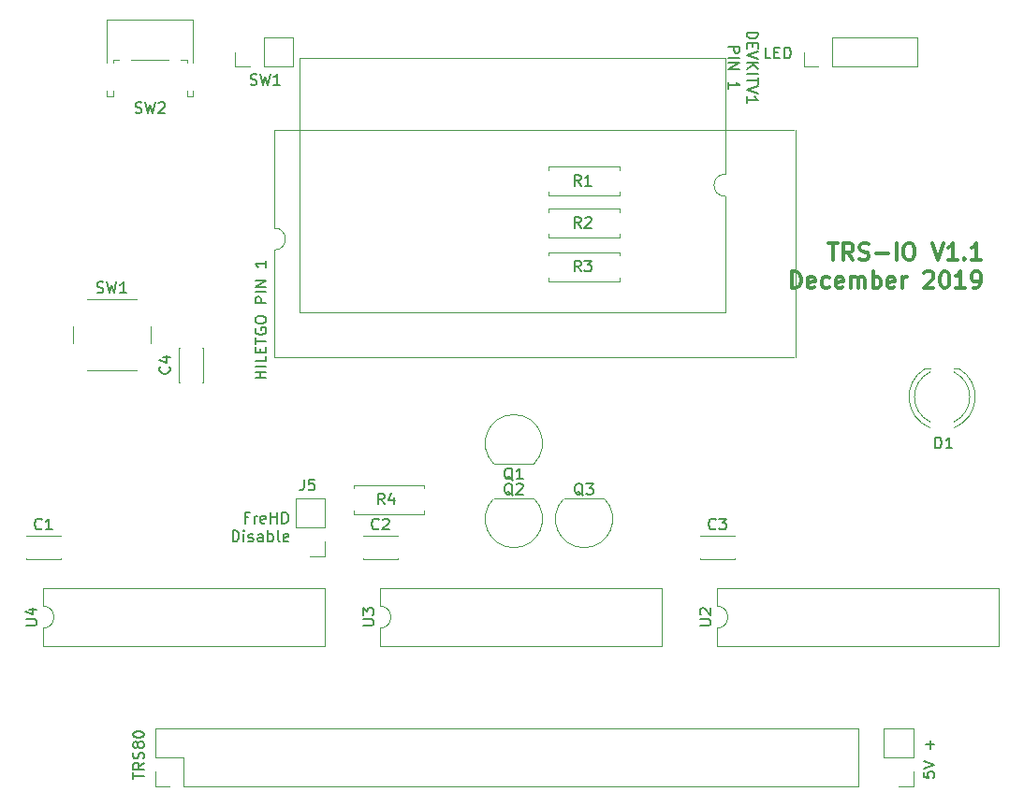
<source format=gbr>
G04 #@! TF.FileFunction,Legend,Top*
%FSLAX46Y46*%
G04 Gerber Fmt 4.6, Leading zero omitted, Abs format (unit mm)*
G04 Created by KiCad (PCBNEW 4.0.7) date 12/04/19 23:23:48*
%MOMM*%
%LPD*%
G01*
G04 APERTURE LIST*
%ADD10C,0.100000*%
%ADD11C,0.150000*%
%ADD12C,0.300000*%
%ADD13C,0.120000*%
G04 APERTURE END LIST*
D10*
D11*
X148082476Y-114165571D02*
X147749142Y-114165571D01*
X147749142Y-114689381D02*
X147749142Y-113689381D01*
X148225333Y-113689381D01*
X148606285Y-114689381D02*
X148606285Y-114022714D01*
X148606285Y-114213190D02*
X148653904Y-114117952D01*
X148701523Y-114070333D01*
X148796761Y-114022714D01*
X148892000Y-114022714D01*
X149606286Y-114641762D02*
X149511048Y-114689381D01*
X149320571Y-114689381D01*
X149225333Y-114641762D01*
X149177714Y-114546524D01*
X149177714Y-114165571D01*
X149225333Y-114070333D01*
X149320571Y-114022714D01*
X149511048Y-114022714D01*
X149606286Y-114070333D01*
X149653905Y-114165571D01*
X149653905Y-114260810D01*
X149177714Y-114356048D01*
X150082476Y-114689381D02*
X150082476Y-113689381D01*
X150082476Y-114165571D02*
X150653905Y-114165571D01*
X150653905Y-114689381D02*
X150653905Y-113689381D01*
X151130095Y-114689381D02*
X151130095Y-113689381D01*
X151368190Y-113689381D01*
X151511048Y-113737000D01*
X151606286Y-113832238D01*
X151653905Y-113927476D01*
X151701524Y-114117952D01*
X151701524Y-114260810D01*
X151653905Y-114451286D01*
X151606286Y-114546524D01*
X151511048Y-114641762D01*
X151368190Y-114689381D01*
X151130095Y-114689381D01*
X146653904Y-116339381D02*
X146653904Y-115339381D01*
X146891999Y-115339381D01*
X147034857Y-115387000D01*
X147130095Y-115482238D01*
X147177714Y-115577476D01*
X147225333Y-115767952D01*
X147225333Y-115910810D01*
X147177714Y-116101286D01*
X147130095Y-116196524D01*
X147034857Y-116291762D01*
X146891999Y-116339381D01*
X146653904Y-116339381D01*
X147653904Y-116339381D02*
X147653904Y-115672714D01*
X147653904Y-115339381D02*
X147606285Y-115387000D01*
X147653904Y-115434619D01*
X147701523Y-115387000D01*
X147653904Y-115339381D01*
X147653904Y-115434619D01*
X148082475Y-116291762D02*
X148177713Y-116339381D01*
X148368189Y-116339381D01*
X148463428Y-116291762D01*
X148511047Y-116196524D01*
X148511047Y-116148905D01*
X148463428Y-116053667D01*
X148368189Y-116006048D01*
X148225332Y-116006048D01*
X148130094Y-115958429D01*
X148082475Y-115863190D01*
X148082475Y-115815571D01*
X148130094Y-115720333D01*
X148225332Y-115672714D01*
X148368189Y-115672714D01*
X148463428Y-115720333D01*
X149368190Y-116339381D02*
X149368190Y-115815571D01*
X149320571Y-115720333D01*
X149225333Y-115672714D01*
X149034856Y-115672714D01*
X148939618Y-115720333D01*
X149368190Y-116291762D02*
X149272952Y-116339381D01*
X149034856Y-116339381D01*
X148939618Y-116291762D01*
X148891999Y-116196524D01*
X148891999Y-116101286D01*
X148939618Y-116006048D01*
X149034856Y-115958429D01*
X149272952Y-115958429D01*
X149368190Y-115910810D01*
X149844380Y-116339381D02*
X149844380Y-115339381D01*
X149844380Y-115720333D02*
X149939618Y-115672714D01*
X150130095Y-115672714D01*
X150225333Y-115720333D01*
X150272952Y-115767952D01*
X150320571Y-115863190D01*
X150320571Y-116148905D01*
X150272952Y-116244143D01*
X150225333Y-116291762D01*
X150130095Y-116339381D01*
X149939618Y-116339381D01*
X149844380Y-116291762D01*
X150891999Y-116339381D02*
X150796761Y-116291762D01*
X150749142Y-116196524D01*
X150749142Y-115339381D01*
X151653905Y-116291762D02*
X151558667Y-116339381D01*
X151368190Y-116339381D01*
X151272952Y-116291762D01*
X151225333Y-116196524D01*
X151225333Y-115815571D01*
X151272952Y-115720333D01*
X151368190Y-115672714D01*
X151558667Y-115672714D01*
X151653905Y-115720333D01*
X151701524Y-115815571D01*
X151701524Y-115910810D01*
X151225333Y-116006048D01*
D12*
X200558572Y-89343571D02*
X201415715Y-89343571D01*
X200987144Y-90843571D02*
X200987144Y-89343571D01*
X202772858Y-90843571D02*
X202272858Y-90129286D01*
X201915715Y-90843571D02*
X201915715Y-89343571D01*
X202487143Y-89343571D01*
X202630001Y-89415000D01*
X202701429Y-89486429D01*
X202772858Y-89629286D01*
X202772858Y-89843571D01*
X202701429Y-89986429D01*
X202630001Y-90057857D01*
X202487143Y-90129286D01*
X201915715Y-90129286D01*
X203344286Y-90772143D02*
X203558572Y-90843571D01*
X203915715Y-90843571D01*
X204058572Y-90772143D01*
X204130001Y-90700714D01*
X204201429Y-90557857D01*
X204201429Y-90415000D01*
X204130001Y-90272143D01*
X204058572Y-90200714D01*
X203915715Y-90129286D01*
X203630001Y-90057857D01*
X203487143Y-89986429D01*
X203415715Y-89915000D01*
X203344286Y-89772143D01*
X203344286Y-89629286D01*
X203415715Y-89486429D01*
X203487143Y-89415000D01*
X203630001Y-89343571D01*
X203987143Y-89343571D01*
X204201429Y-89415000D01*
X204844286Y-90272143D02*
X205987143Y-90272143D01*
X206701429Y-90843571D02*
X206701429Y-89343571D01*
X207701429Y-89343571D02*
X207987143Y-89343571D01*
X208130001Y-89415000D01*
X208272858Y-89557857D01*
X208344286Y-89843571D01*
X208344286Y-90343571D01*
X208272858Y-90629286D01*
X208130001Y-90772143D01*
X207987143Y-90843571D01*
X207701429Y-90843571D01*
X207558572Y-90772143D01*
X207415715Y-90629286D01*
X207344286Y-90343571D01*
X207344286Y-89843571D01*
X207415715Y-89557857D01*
X207558572Y-89415000D01*
X207701429Y-89343571D01*
X209915715Y-89343571D02*
X210415715Y-90843571D01*
X210915715Y-89343571D01*
X212201429Y-90843571D02*
X211344286Y-90843571D01*
X211772858Y-90843571D02*
X211772858Y-89343571D01*
X211630001Y-89557857D01*
X211487143Y-89700714D01*
X211344286Y-89772143D01*
X212844286Y-90700714D02*
X212915714Y-90772143D01*
X212844286Y-90843571D01*
X212772857Y-90772143D01*
X212844286Y-90700714D01*
X212844286Y-90843571D01*
X214344286Y-90843571D02*
X213487143Y-90843571D01*
X213915715Y-90843571D02*
X213915715Y-89343571D01*
X213772858Y-89557857D01*
X213630000Y-89700714D01*
X213487143Y-89772143D01*
X197201432Y-93393571D02*
X197201432Y-91893571D01*
X197558575Y-91893571D01*
X197772860Y-91965000D01*
X197915718Y-92107857D01*
X197987146Y-92250714D01*
X198058575Y-92536429D01*
X198058575Y-92750714D01*
X197987146Y-93036429D01*
X197915718Y-93179286D01*
X197772860Y-93322143D01*
X197558575Y-93393571D01*
X197201432Y-93393571D01*
X199272860Y-93322143D02*
X199130003Y-93393571D01*
X198844289Y-93393571D01*
X198701432Y-93322143D01*
X198630003Y-93179286D01*
X198630003Y-92607857D01*
X198701432Y-92465000D01*
X198844289Y-92393571D01*
X199130003Y-92393571D01*
X199272860Y-92465000D01*
X199344289Y-92607857D01*
X199344289Y-92750714D01*
X198630003Y-92893571D01*
X200630003Y-93322143D02*
X200487146Y-93393571D01*
X200201432Y-93393571D01*
X200058574Y-93322143D01*
X199987146Y-93250714D01*
X199915717Y-93107857D01*
X199915717Y-92679286D01*
X199987146Y-92536429D01*
X200058574Y-92465000D01*
X200201432Y-92393571D01*
X200487146Y-92393571D01*
X200630003Y-92465000D01*
X201844288Y-93322143D02*
X201701431Y-93393571D01*
X201415717Y-93393571D01*
X201272860Y-93322143D01*
X201201431Y-93179286D01*
X201201431Y-92607857D01*
X201272860Y-92465000D01*
X201415717Y-92393571D01*
X201701431Y-92393571D01*
X201844288Y-92465000D01*
X201915717Y-92607857D01*
X201915717Y-92750714D01*
X201201431Y-92893571D01*
X202558574Y-93393571D02*
X202558574Y-92393571D01*
X202558574Y-92536429D02*
X202630002Y-92465000D01*
X202772860Y-92393571D01*
X202987145Y-92393571D01*
X203130002Y-92465000D01*
X203201431Y-92607857D01*
X203201431Y-93393571D01*
X203201431Y-92607857D02*
X203272860Y-92465000D01*
X203415717Y-92393571D01*
X203630002Y-92393571D01*
X203772860Y-92465000D01*
X203844288Y-92607857D01*
X203844288Y-93393571D01*
X204558574Y-93393571D02*
X204558574Y-91893571D01*
X204558574Y-92465000D02*
X204701431Y-92393571D01*
X204987145Y-92393571D01*
X205130002Y-92465000D01*
X205201431Y-92536429D01*
X205272860Y-92679286D01*
X205272860Y-93107857D01*
X205201431Y-93250714D01*
X205130002Y-93322143D01*
X204987145Y-93393571D01*
X204701431Y-93393571D01*
X204558574Y-93322143D01*
X206487145Y-93322143D02*
X206344288Y-93393571D01*
X206058574Y-93393571D01*
X205915717Y-93322143D01*
X205844288Y-93179286D01*
X205844288Y-92607857D01*
X205915717Y-92465000D01*
X206058574Y-92393571D01*
X206344288Y-92393571D01*
X206487145Y-92465000D01*
X206558574Y-92607857D01*
X206558574Y-92750714D01*
X205844288Y-92893571D01*
X207201431Y-93393571D02*
X207201431Y-92393571D01*
X207201431Y-92679286D02*
X207272859Y-92536429D01*
X207344288Y-92465000D01*
X207487145Y-92393571D01*
X207630002Y-92393571D01*
X209201430Y-92036429D02*
X209272859Y-91965000D01*
X209415716Y-91893571D01*
X209772859Y-91893571D01*
X209915716Y-91965000D01*
X209987145Y-92036429D01*
X210058573Y-92179286D01*
X210058573Y-92322143D01*
X209987145Y-92536429D01*
X209130002Y-93393571D01*
X210058573Y-93393571D01*
X210987144Y-91893571D02*
X211130001Y-91893571D01*
X211272858Y-91965000D01*
X211344287Y-92036429D01*
X211415716Y-92179286D01*
X211487144Y-92465000D01*
X211487144Y-92822143D01*
X211415716Y-93107857D01*
X211344287Y-93250714D01*
X211272858Y-93322143D01*
X211130001Y-93393571D01*
X210987144Y-93393571D01*
X210844287Y-93322143D01*
X210772858Y-93250714D01*
X210701430Y-93107857D01*
X210630001Y-92822143D01*
X210630001Y-92465000D01*
X210701430Y-92179286D01*
X210772858Y-92036429D01*
X210844287Y-91965000D01*
X210987144Y-91893571D01*
X212915715Y-93393571D02*
X212058572Y-93393571D01*
X212487144Y-93393571D02*
X212487144Y-91893571D01*
X212344287Y-92107857D01*
X212201429Y-92250714D01*
X212058572Y-92322143D01*
X213630000Y-93393571D02*
X213915715Y-93393571D01*
X214058572Y-93322143D01*
X214130000Y-93250714D01*
X214272858Y-93036429D01*
X214344286Y-92750714D01*
X214344286Y-92179286D01*
X214272858Y-92036429D01*
X214201429Y-91965000D01*
X214058572Y-91893571D01*
X213772858Y-91893571D01*
X213630000Y-91965000D01*
X213558572Y-92036429D01*
X213487143Y-92179286D01*
X213487143Y-92536429D01*
X213558572Y-92679286D01*
X213630000Y-92750714D01*
X213772858Y-92822143D01*
X214058572Y-92822143D01*
X214201429Y-92750714D01*
X214272858Y-92679286D01*
X214344286Y-92536429D01*
D11*
X193158619Y-70239333D02*
X194158619Y-70239333D01*
X194158619Y-70477428D01*
X194111000Y-70620286D01*
X194015762Y-70715524D01*
X193920524Y-70763143D01*
X193730048Y-70810762D01*
X193587190Y-70810762D01*
X193396714Y-70763143D01*
X193301476Y-70715524D01*
X193206238Y-70620286D01*
X193158619Y-70477428D01*
X193158619Y-70239333D01*
X193682429Y-71239333D02*
X193682429Y-71572667D01*
X193158619Y-71715524D02*
X193158619Y-71239333D01*
X194158619Y-71239333D01*
X194158619Y-71715524D01*
X194158619Y-72001238D02*
X193158619Y-72334571D01*
X194158619Y-72667905D01*
X193158619Y-73001238D02*
X194158619Y-73001238D01*
X193158619Y-73572667D02*
X193730048Y-73144095D01*
X194158619Y-73572667D02*
X193587190Y-73001238D01*
X193158619Y-74001238D02*
X194158619Y-74001238D01*
X194158619Y-74334571D02*
X194158619Y-74906000D01*
X193158619Y-74620285D02*
X194158619Y-74620285D01*
X194158619Y-75096476D02*
X193158619Y-75429809D01*
X194158619Y-75763143D01*
X193158619Y-76620286D02*
X193158619Y-76048857D01*
X193158619Y-76334571D02*
X194158619Y-76334571D01*
X194015762Y-76239333D01*
X193920524Y-76144095D01*
X193872905Y-76048857D01*
X191508619Y-71525048D02*
X192508619Y-71525048D01*
X192508619Y-71906001D01*
X192461000Y-72001239D01*
X192413381Y-72048858D01*
X192318143Y-72096477D01*
X192175286Y-72096477D01*
X192080048Y-72048858D01*
X192032429Y-72001239D01*
X191984810Y-71906001D01*
X191984810Y-71525048D01*
X191508619Y-72525048D02*
X192508619Y-72525048D01*
X191508619Y-73001238D02*
X192508619Y-73001238D01*
X191508619Y-73572667D01*
X192508619Y-73572667D01*
X191508619Y-75334572D02*
X191508619Y-74763143D01*
X191508619Y-75048857D02*
X192508619Y-75048857D01*
X192365762Y-74953619D01*
X192270524Y-74858381D01*
X192222905Y-74763143D01*
X149677381Y-101551714D02*
X148677381Y-101551714D01*
X149153571Y-101551714D02*
X149153571Y-100980285D01*
X149677381Y-100980285D02*
X148677381Y-100980285D01*
X149677381Y-100504095D02*
X148677381Y-100504095D01*
X149677381Y-99551714D02*
X149677381Y-100027905D01*
X148677381Y-100027905D01*
X149153571Y-99218381D02*
X149153571Y-98885047D01*
X149677381Y-98742190D02*
X149677381Y-99218381D01*
X148677381Y-99218381D01*
X148677381Y-98742190D01*
X148677381Y-98456476D02*
X148677381Y-97885047D01*
X149677381Y-98170762D02*
X148677381Y-98170762D01*
X148725000Y-97027904D02*
X148677381Y-97123142D01*
X148677381Y-97265999D01*
X148725000Y-97408857D01*
X148820238Y-97504095D01*
X148915476Y-97551714D01*
X149105952Y-97599333D01*
X149248810Y-97599333D01*
X149439286Y-97551714D01*
X149534524Y-97504095D01*
X149629762Y-97408857D01*
X149677381Y-97265999D01*
X149677381Y-97170761D01*
X149629762Y-97027904D01*
X149582143Y-96980285D01*
X149248810Y-96980285D01*
X149248810Y-97170761D01*
X148677381Y-96361238D02*
X148677381Y-96170761D01*
X148725000Y-96075523D01*
X148820238Y-95980285D01*
X149010714Y-95932666D01*
X149344048Y-95932666D01*
X149534524Y-95980285D01*
X149629762Y-96075523D01*
X149677381Y-96170761D01*
X149677381Y-96361238D01*
X149629762Y-96456476D01*
X149534524Y-96551714D01*
X149344048Y-96599333D01*
X149010714Y-96599333D01*
X148820238Y-96551714D01*
X148725000Y-96456476D01*
X148677381Y-96361238D01*
X149677381Y-94742190D02*
X148677381Y-94742190D01*
X148677381Y-94361237D01*
X148725000Y-94265999D01*
X148772619Y-94218380D01*
X148867857Y-94170761D01*
X149010714Y-94170761D01*
X149105952Y-94218380D01*
X149153571Y-94265999D01*
X149201190Y-94361237D01*
X149201190Y-94742190D01*
X149677381Y-93742190D02*
X148677381Y-93742190D01*
X149677381Y-93266000D02*
X148677381Y-93266000D01*
X149677381Y-92694571D01*
X148677381Y-92694571D01*
X149677381Y-90932666D02*
X149677381Y-91504095D01*
X149677381Y-91218381D02*
X148677381Y-91218381D01*
X148820238Y-91313619D01*
X148915476Y-91408857D01*
X148963095Y-91504095D01*
X209129381Y-137207476D02*
X209129381Y-137683667D01*
X209605571Y-137731286D01*
X209557952Y-137683667D01*
X209510333Y-137588429D01*
X209510333Y-137350333D01*
X209557952Y-137255095D01*
X209605571Y-137207476D01*
X209700810Y-137159857D01*
X209938905Y-137159857D01*
X210034143Y-137207476D01*
X210081762Y-137255095D01*
X210129381Y-137350333D01*
X210129381Y-137588429D01*
X210081762Y-137683667D01*
X210034143Y-137731286D01*
X209129381Y-136874143D02*
X210129381Y-136540810D01*
X209129381Y-136207476D01*
X209748429Y-135112238D02*
X209748429Y-134350333D01*
X210129381Y-134731285D02*
X209367476Y-134731285D01*
X137628381Y-137850286D02*
X137628381Y-137278857D01*
X138628381Y-137564572D02*
X137628381Y-137564572D01*
X138628381Y-136374095D02*
X138152190Y-136707429D01*
X138628381Y-136945524D02*
X137628381Y-136945524D01*
X137628381Y-136564571D01*
X137676000Y-136469333D01*
X137723619Y-136421714D01*
X137818857Y-136374095D01*
X137961714Y-136374095D01*
X138056952Y-136421714D01*
X138104571Y-136469333D01*
X138152190Y-136564571D01*
X138152190Y-136945524D01*
X138580762Y-135993143D02*
X138628381Y-135850286D01*
X138628381Y-135612190D01*
X138580762Y-135516952D01*
X138533143Y-135469333D01*
X138437905Y-135421714D01*
X138342667Y-135421714D01*
X138247429Y-135469333D01*
X138199810Y-135516952D01*
X138152190Y-135612190D01*
X138104571Y-135802667D01*
X138056952Y-135897905D01*
X138009333Y-135945524D01*
X137914095Y-135993143D01*
X137818857Y-135993143D01*
X137723619Y-135945524D01*
X137676000Y-135897905D01*
X137628381Y-135802667D01*
X137628381Y-135564571D01*
X137676000Y-135421714D01*
X138056952Y-134850286D02*
X138009333Y-134945524D01*
X137961714Y-134993143D01*
X137866476Y-135040762D01*
X137818857Y-135040762D01*
X137723619Y-134993143D01*
X137676000Y-134945524D01*
X137628381Y-134850286D01*
X137628381Y-134659809D01*
X137676000Y-134564571D01*
X137723619Y-134516952D01*
X137818857Y-134469333D01*
X137866476Y-134469333D01*
X137961714Y-134516952D01*
X138009333Y-134564571D01*
X138056952Y-134659809D01*
X138056952Y-134850286D01*
X138104571Y-134945524D01*
X138152190Y-134993143D01*
X138247429Y-135040762D01*
X138437905Y-135040762D01*
X138533143Y-134993143D01*
X138580762Y-134945524D01*
X138628381Y-134850286D01*
X138628381Y-134659809D01*
X138580762Y-134564571D01*
X138533143Y-134516952D01*
X138437905Y-134469333D01*
X138247429Y-134469333D01*
X138152190Y-134516952D01*
X138104571Y-134564571D01*
X138056952Y-134659809D01*
X137628381Y-133850286D02*
X137628381Y-133755047D01*
X137676000Y-133659809D01*
X137723619Y-133612190D01*
X137818857Y-133564571D01*
X138009333Y-133516952D01*
X138247429Y-133516952D01*
X138437905Y-133564571D01*
X138533143Y-133612190D01*
X138580762Y-133659809D01*
X138628381Y-133755047D01*
X138628381Y-133850286D01*
X138580762Y-133945524D01*
X138533143Y-133993143D01*
X138437905Y-134040762D01*
X138247429Y-134088381D01*
X138009333Y-134088381D01*
X137818857Y-134040762D01*
X137723619Y-133993143D01*
X137676000Y-133945524D01*
X137628381Y-133850286D01*
X195318143Y-72588381D02*
X194841952Y-72588381D01*
X194841952Y-71588381D01*
X195651476Y-72064571D02*
X195984810Y-72064571D01*
X196127667Y-72588381D02*
X195651476Y-72588381D01*
X195651476Y-71588381D01*
X196127667Y-71588381D01*
X196556238Y-72588381D02*
X196556238Y-71588381D01*
X196794333Y-71588381D01*
X196937191Y-71636000D01*
X197032429Y-71731238D01*
X197080048Y-71826476D01*
X197127667Y-72016952D01*
X197127667Y-72159810D01*
X197080048Y-72350286D01*
X197032429Y-72445524D01*
X196937191Y-72540762D01*
X196794333Y-72588381D01*
X196556238Y-72588381D01*
X148272667Y-74953762D02*
X148415524Y-75001381D01*
X148653620Y-75001381D01*
X148748858Y-74953762D01*
X148796477Y-74906143D01*
X148844096Y-74810905D01*
X148844096Y-74715667D01*
X148796477Y-74620429D01*
X148748858Y-74572810D01*
X148653620Y-74525190D01*
X148463143Y-74477571D01*
X148367905Y-74429952D01*
X148320286Y-74382333D01*
X148272667Y-74287095D01*
X148272667Y-74191857D01*
X148320286Y-74096619D01*
X148367905Y-74049000D01*
X148463143Y-74001381D01*
X148701239Y-74001381D01*
X148844096Y-74049000D01*
X149177429Y-74001381D02*
X149415524Y-75001381D01*
X149606001Y-74287095D01*
X149796477Y-75001381D01*
X150034572Y-74001381D01*
X150939334Y-75001381D02*
X150367905Y-75001381D01*
X150653619Y-75001381D02*
X150653619Y-74001381D01*
X150558381Y-74144238D01*
X150463143Y-74239476D01*
X150367905Y-74287095D01*
D13*
X131120000Y-117900000D02*
X128000000Y-117900000D01*
X131120000Y-115780000D02*
X128000000Y-115780000D01*
X131120000Y-117900000D02*
X131120000Y-117836000D01*
X131120000Y-115844000D02*
X131120000Y-115780000D01*
X128000000Y-117900000D02*
X128000000Y-117836000D01*
X128000000Y-115844000D02*
X128000000Y-115780000D01*
X161600000Y-117900000D02*
X158480000Y-117900000D01*
X161600000Y-115780000D02*
X158480000Y-115780000D01*
X161600000Y-117900000D02*
X161600000Y-117836000D01*
X161600000Y-115844000D02*
X161600000Y-115780000D01*
X158480000Y-117900000D02*
X158480000Y-117836000D01*
X158480000Y-115844000D02*
X158480000Y-115780000D01*
X192080000Y-117900000D02*
X188960000Y-117900000D01*
X192080000Y-115780000D02*
X188960000Y-115780000D01*
X192080000Y-117900000D02*
X192080000Y-117836000D01*
X192080000Y-115844000D02*
X192080000Y-115780000D01*
X188960000Y-117900000D02*
X188960000Y-117836000D01*
X188960000Y-115844000D02*
X188960000Y-115780000D01*
X141815000Y-101910000D02*
X141815000Y-98790000D01*
X143935000Y-101910000D02*
X143935000Y-98790000D01*
X141815000Y-101910000D02*
X141879000Y-101910000D01*
X143871000Y-101910000D02*
X143935000Y-101910000D01*
X141815000Y-98790000D02*
X141879000Y-98790000D01*
X143871000Y-98790000D02*
X143935000Y-98790000D01*
X211900827Y-106038815D02*
G75*
G03X212364830Y-100691000I-1080827J2787815D01*
G01*
X209739173Y-106038815D02*
G75*
G02X209275170Y-100691000I1080827J2787815D01*
G01*
X211900429Y-105505479D02*
G75*
G03X211900000Y-100996316I-1080429J2254479D01*
G01*
X209739571Y-105505479D02*
G75*
G02X209740000Y-100996316I1080429J2254479D01*
G01*
X212365000Y-100691000D02*
X211900000Y-100691000D01*
X209740000Y-100691000D02*
X209275000Y-100691000D01*
X170285000Y-109292000D02*
X173885000Y-109292000D01*
X170246522Y-109280478D02*
G75*
G02X172085000Y-104842000I1838478J1838478D01*
G01*
X173923478Y-109280478D02*
G75*
G03X172085000Y-104842000I-1838478J1838478D01*
G01*
X173885000Y-112450000D02*
X170285000Y-112450000D01*
X173923478Y-112461522D02*
G75*
G02X172085000Y-116900000I-1838478J-1838478D01*
G01*
X170246522Y-112461522D02*
G75*
G03X172085000Y-116900000I1838478J-1838478D01*
G01*
X180235000Y-112450000D02*
X176635000Y-112450000D01*
X180273478Y-112461522D02*
G75*
G02X178435000Y-116900000I-1838478J-1838478D01*
G01*
X176596522Y-112461522D02*
G75*
G03X178435000Y-116900000I1838478J-1838478D01*
G01*
X175225000Y-82713000D02*
X175225000Y-82383000D01*
X175225000Y-82383000D02*
X181645000Y-82383000D01*
X181645000Y-82383000D02*
X181645000Y-82713000D01*
X175225000Y-84673000D02*
X175225000Y-85003000D01*
X175225000Y-85003000D02*
X181645000Y-85003000D01*
X181645000Y-85003000D02*
X181645000Y-84673000D01*
X175225000Y-86523000D02*
X175225000Y-86193000D01*
X175225000Y-86193000D02*
X181645000Y-86193000D01*
X181645000Y-86193000D02*
X181645000Y-86523000D01*
X175225000Y-88483000D02*
X175225000Y-88813000D01*
X175225000Y-88813000D02*
X181645000Y-88813000D01*
X181645000Y-88813000D02*
X181645000Y-88483000D01*
X175225000Y-90460000D02*
X175225000Y-90130000D01*
X175225000Y-90130000D02*
X181645000Y-90130000D01*
X181645000Y-90130000D02*
X181645000Y-90460000D01*
X175225000Y-92420000D02*
X175225000Y-92750000D01*
X175225000Y-92750000D02*
X181645000Y-92750000D01*
X181645000Y-92750000D02*
X181645000Y-92420000D01*
X133461000Y-100877000D02*
X137961000Y-100877000D01*
X132211000Y-96877000D02*
X132211000Y-98377000D01*
X137961000Y-94377000D02*
X133461000Y-94377000D01*
X139211000Y-98377000D02*
X139211000Y-96877000D01*
X190440000Y-122190000D02*
G75*
G02X190440000Y-124190000I0J-1000000D01*
G01*
X190440000Y-124190000D02*
X190440000Y-125840000D01*
X190440000Y-125840000D02*
X215960000Y-125840000D01*
X215960000Y-125840000D02*
X215960000Y-120540000D01*
X215960000Y-120540000D02*
X190440000Y-120540000D01*
X190440000Y-120540000D02*
X190440000Y-122190000D01*
X159960000Y-122190000D02*
G75*
G02X159960000Y-124190000I0J-1000000D01*
G01*
X159960000Y-124190000D02*
X159960000Y-125840000D01*
X159960000Y-125840000D02*
X185480000Y-125840000D01*
X185480000Y-125840000D02*
X185480000Y-120540000D01*
X185480000Y-120540000D02*
X159960000Y-120540000D01*
X159960000Y-120540000D02*
X159960000Y-122190000D01*
X129480000Y-122190000D02*
G75*
G02X129480000Y-124190000I0J-1000000D01*
G01*
X129480000Y-124190000D02*
X129480000Y-125840000D01*
X129480000Y-125840000D02*
X155000000Y-125840000D01*
X155000000Y-125840000D02*
X155000000Y-120540000D01*
X155000000Y-120540000D02*
X129480000Y-120540000D01*
X129480000Y-120540000D02*
X129480000Y-122190000D01*
X203260000Y-138490000D02*
X203260000Y-133290000D01*
X142240000Y-138490000D02*
X203260000Y-138490000D01*
X139640000Y-133290000D02*
X203260000Y-133290000D01*
X142240000Y-138490000D02*
X142240000Y-135890000D01*
X142240000Y-135890000D02*
X139640000Y-135890000D01*
X139640000Y-135890000D02*
X139640000Y-133290000D01*
X140970000Y-138490000D02*
X139640000Y-138490000D01*
X139640000Y-138490000D02*
X139640000Y-137160000D01*
X191195000Y-85074000D02*
G75*
G02X191195000Y-83074000I0J1000000D01*
G01*
X191195000Y-83074000D02*
X191195000Y-72534000D01*
X191182500Y-72534000D02*
X152657500Y-72534000D01*
X152657500Y-72534000D02*
X152657500Y-95614000D01*
X152657500Y-95614000D02*
X191182500Y-95614000D01*
X191195000Y-95614000D02*
X191195000Y-85074000D01*
X150409600Y-87950800D02*
G75*
G02X150409600Y-89950800I0J-1000000D01*
G01*
X150435000Y-89950800D02*
X150435000Y-99678000D01*
X150447500Y-99678000D02*
X197427500Y-99678000D01*
X197545000Y-99678000D02*
X197545000Y-79112600D01*
X197427500Y-79112600D02*
X150447500Y-79112600D01*
X150435000Y-79112600D02*
X150435000Y-87950800D01*
X208213000Y-133290000D02*
X205553000Y-133290000D01*
X208213000Y-135890000D02*
X208213000Y-133290000D01*
X205553000Y-135890000D02*
X205553000Y-133290000D01*
X208213000Y-135890000D02*
X205553000Y-135890000D01*
X208213000Y-137160000D02*
X208213000Y-138490000D01*
X208213000Y-138490000D02*
X206883000Y-138490000D01*
X152079000Y-73339000D02*
X152079000Y-70679000D01*
X149479000Y-73339000D02*
X152079000Y-73339000D01*
X149479000Y-70679000D02*
X152079000Y-70679000D01*
X149479000Y-73339000D02*
X149479000Y-70679000D01*
X148209000Y-73339000D02*
X146879000Y-73339000D01*
X146879000Y-73339000D02*
X146879000Y-72009000D01*
X208594000Y-73339000D02*
X208594000Y-70679000D01*
X200914000Y-73339000D02*
X208594000Y-73339000D01*
X200914000Y-70679000D02*
X208594000Y-70679000D01*
X200914000Y-73339000D02*
X200914000Y-70679000D01*
X199644000Y-73339000D02*
X198314000Y-73339000D01*
X198314000Y-73339000D02*
X198314000Y-72009000D01*
X135816000Y-72725000D02*
X135816000Y-72955000D01*
X135296000Y-69055000D02*
X143016000Y-69055000D01*
X143016000Y-69055000D02*
X143016000Y-72955000D01*
X135296000Y-76065000D02*
X135816000Y-76065000D01*
X135296000Y-69055000D02*
X135296000Y-72955000D01*
X142496000Y-72725000D02*
X142496000Y-72955000D01*
X135816000Y-75555000D02*
X135816000Y-76065000D01*
X135296000Y-75555000D02*
X135296000Y-76065000D01*
X141956000Y-72725000D02*
X142496000Y-72725000D01*
X142496000Y-75555000D02*
X142496000Y-76065000D01*
X142496000Y-76065000D02*
X143016000Y-76065000D01*
X143016000Y-75555000D02*
X143016000Y-76065000D01*
X135816000Y-72725000D02*
X136356000Y-72725000D01*
X137456000Y-72725000D02*
X140856000Y-72725000D01*
X155000000Y-112462000D02*
X152340000Y-112462000D01*
X155000000Y-115062000D02*
X155000000Y-112462000D01*
X152340000Y-115062000D02*
X152340000Y-112462000D01*
X155000000Y-115062000D02*
X152340000Y-115062000D01*
X155000000Y-116332000D02*
X155000000Y-117662000D01*
X155000000Y-117662000D02*
X153670000Y-117662000D01*
X163992000Y-113502000D02*
X163992000Y-113832000D01*
X163992000Y-113832000D02*
X157572000Y-113832000D01*
X157572000Y-113832000D02*
X157572000Y-113502000D01*
X163992000Y-111542000D02*
X163992000Y-111212000D01*
X163992000Y-111212000D02*
X157572000Y-111212000D01*
X157572000Y-111212000D02*
X157572000Y-111542000D01*
D11*
X129373334Y-115165143D02*
X129325715Y-115212762D01*
X129182858Y-115260381D01*
X129087620Y-115260381D01*
X128944762Y-115212762D01*
X128849524Y-115117524D01*
X128801905Y-115022286D01*
X128754286Y-114831810D01*
X128754286Y-114688952D01*
X128801905Y-114498476D01*
X128849524Y-114403238D01*
X128944762Y-114308000D01*
X129087620Y-114260381D01*
X129182858Y-114260381D01*
X129325715Y-114308000D01*
X129373334Y-114355619D01*
X130325715Y-115260381D02*
X129754286Y-115260381D01*
X130040000Y-115260381D02*
X130040000Y-114260381D01*
X129944762Y-114403238D01*
X129849524Y-114498476D01*
X129754286Y-114546095D01*
X159853334Y-115165143D02*
X159805715Y-115212762D01*
X159662858Y-115260381D01*
X159567620Y-115260381D01*
X159424762Y-115212762D01*
X159329524Y-115117524D01*
X159281905Y-115022286D01*
X159234286Y-114831810D01*
X159234286Y-114688952D01*
X159281905Y-114498476D01*
X159329524Y-114403238D01*
X159424762Y-114308000D01*
X159567620Y-114260381D01*
X159662858Y-114260381D01*
X159805715Y-114308000D01*
X159853334Y-114355619D01*
X160234286Y-114355619D02*
X160281905Y-114308000D01*
X160377143Y-114260381D01*
X160615239Y-114260381D01*
X160710477Y-114308000D01*
X160758096Y-114355619D01*
X160805715Y-114450857D01*
X160805715Y-114546095D01*
X160758096Y-114688952D01*
X160186667Y-115260381D01*
X160805715Y-115260381D01*
X190333334Y-115165143D02*
X190285715Y-115212762D01*
X190142858Y-115260381D01*
X190047620Y-115260381D01*
X189904762Y-115212762D01*
X189809524Y-115117524D01*
X189761905Y-115022286D01*
X189714286Y-114831810D01*
X189714286Y-114688952D01*
X189761905Y-114498476D01*
X189809524Y-114403238D01*
X189904762Y-114308000D01*
X190047620Y-114260381D01*
X190142858Y-114260381D01*
X190285715Y-114308000D01*
X190333334Y-114355619D01*
X190666667Y-114260381D02*
X191285715Y-114260381D01*
X190952381Y-114641333D01*
X191095239Y-114641333D01*
X191190477Y-114688952D01*
X191238096Y-114736571D01*
X191285715Y-114831810D01*
X191285715Y-115069905D01*
X191238096Y-115165143D01*
X191190477Y-115212762D01*
X191095239Y-115260381D01*
X190809524Y-115260381D01*
X190714286Y-115212762D01*
X190666667Y-115165143D01*
X140922143Y-100516666D02*
X140969762Y-100564285D01*
X141017381Y-100707142D01*
X141017381Y-100802380D01*
X140969762Y-100945238D01*
X140874524Y-101040476D01*
X140779286Y-101088095D01*
X140588810Y-101135714D01*
X140445952Y-101135714D01*
X140255476Y-101088095D01*
X140160238Y-101040476D01*
X140065000Y-100945238D01*
X140017381Y-100802380D01*
X140017381Y-100707142D01*
X140065000Y-100564285D01*
X140112619Y-100516666D01*
X140350714Y-99659523D02*
X141017381Y-99659523D01*
X139969762Y-99897619D02*
X140684048Y-100135714D01*
X140684048Y-99516666D01*
X210208905Y-107894381D02*
X210208905Y-106894381D01*
X210447000Y-106894381D01*
X210589858Y-106942000D01*
X210685096Y-107037238D01*
X210732715Y-107132476D01*
X210780334Y-107322952D01*
X210780334Y-107465810D01*
X210732715Y-107656286D01*
X210685096Y-107751524D01*
X210589858Y-107846762D01*
X210447000Y-107894381D01*
X210208905Y-107894381D01*
X211732715Y-107894381D02*
X211161286Y-107894381D01*
X211447000Y-107894381D02*
X211447000Y-106894381D01*
X211351762Y-107037238D01*
X211256524Y-107132476D01*
X211161286Y-107180095D01*
X171989762Y-110783619D02*
X171894524Y-110736000D01*
X171799286Y-110640762D01*
X171656429Y-110497905D01*
X171561190Y-110450286D01*
X171465952Y-110450286D01*
X171513571Y-110688381D02*
X171418333Y-110640762D01*
X171323095Y-110545524D01*
X171275476Y-110355048D01*
X171275476Y-110021714D01*
X171323095Y-109831238D01*
X171418333Y-109736000D01*
X171513571Y-109688381D01*
X171704048Y-109688381D01*
X171799286Y-109736000D01*
X171894524Y-109831238D01*
X171942143Y-110021714D01*
X171942143Y-110355048D01*
X171894524Y-110545524D01*
X171799286Y-110640762D01*
X171704048Y-110688381D01*
X171513571Y-110688381D01*
X172894524Y-110688381D02*
X172323095Y-110688381D01*
X172608809Y-110688381D02*
X172608809Y-109688381D01*
X172513571Y-109831238D01*
X172418333Y-109926476D01*
X172323095Y-109974095D01*
X171989762Y-112180619D02*
X171894524Y-112133000D01*
X171799286Y-112037762D01*
X171656429Y-111894905D01*
X171561190Y-111847286D01*
X171465952Y-111847286D01*
X171513571Y-112085381D02*
X171418333Y-112037762D01*
X171323095Y-111942524D01*
X171275476Y-111752048D01*
X171275476Y-111418714D01*
X171323095Y-111228238D01*
X171418333Y-111133000D01*
X171513571Y-111085381D01*
X171704048Y-111085381D01*
X171799286Y-111133000D01*
X171894524Y-111228238D01*
X171942143Y-111418714D01*
X171942143Y-111752048D01*
X171894524Y-111942524D01*
X171799286Y-112037762D01*
X171704048Y-112085381D01*
X171513571Y-112085381D01*
X172323095Y-111180619D02*
X172370714Y-111133000D01*
X172465952Y-111085381D01*
X172704048Y-111085381D01*
X172799286Y-111133000D01*
X172846905Y-111180619D01*
X172894524Y-111275857D01*
X172894524Y-111371095D01*
X172846905Y-111513952D01*
X172275476Y-112085381D01*
X172894524Y-112085381D01*
X178339762Y-112180619D02*
X178244524Y-112133000D01*
X178149286Y-112037762D01*
X178006429Y-111894905D01*
X177911190Y-111847286D01*
X177815952Y-111847286D01*
X177863571Y-112085381D02*
X177768333Y-112037762D01*
X177673095Y-111942524D01*
X177625476Y-111752048D01*
X177625476Y-111418714D01*
X177673095Y-111228238D01*
X177768333Y-111133000D01*
X177863571Y-111085381D01*
X178054048Y-111085381D01*
X178149286Y-111133000D01*
X178244524Y-111228238D01*
X178292143Y-111418714D01*
X178292143Y-111752048D01*
X178244524Y-111942524D01*
X178149286Y-112037762D01*
X178054048Y-112085381D01*
X177863571Y-112085381D01*
X178625476Y-111085381D02*
X179244524Y-111085381D01*
X178911190Y-111466333D01*
X179054048Y-111466333D01*
X179149286Y-111513952D01*
X179196905Y-111561571D01*
X179244524Y-111656810D01*
X179244524Y-111894905D01*
X179196905Y-111990143D01*
X179149286Y-112037762D01*
X179054048Y-112085381D01*
X178768333Y-112085381D01*
X178673095Y-112037762D01*
X178625476Y-111990143D01*
X178141334Y-84145381D02*
X177808000Y-83669190D01*
X177569905Y-84145381D02*
X177569905Y-83145381D01*
X177950858Y-83145381D01*
X178046096Y-83193000D01*
X178093715Y-83240619D01*
X178141334Y-83335857D01*
X178141334Y-83478714D01*
X178093715Y-83573952D01*
X178046096Y-83621571D01*
X177950858Y-83669190D01*
X177569905Y-83669190D01*
X179093715Y-84145381D02*
X178522286Y-84145381D01*
X178808000Y-84145381D02*
X178808000Y-83145381D01*
X178712762Y-83288238D01*
X178617524Y-83383476D01*
X178522286Y-83431095D01*
X178141334Y-87955381D02*
X177808000Y-87479190D01*
X177569905Y-87955381D02*
X177569905Y-86955381D01*
X177950858Y-86955381D01*
X178046096Y-87003000D01*
X178093715Y-87050619D01*
X178141334Y-87145857D01*
X178141334Y-87288714D01*
X178093715Y-87383952D01*
X178046096Y-87431571D01*
X177950858Y-87479190D01*
X177569905Y-87479190D01*
X178522286Y-87050619D02*
X178569905Y-87003000D01*
X178665143Y-86955381D01*
X178903239Y-86955381D01*
X178998477Y-87003000D01*
X179046096Y-87050619D01*
X179093715Y-87145857D01*
X179093715Y-87241095D01*
X179046096Y-87383952D01*
X178474667Y-87955381D01*
X179093715Y-87955381D01*
X178141334Y-91892381D02*
X177808000Y-91416190D01*
X177569905Y-91892381D02*
X177569905Y-90892381D01*
X177950858Y-90892381D01*
X178046096Y-90940000D01*
X178093715Y-90987619D01*
X178141334Y-91082857D01*
X178141334Y-91225714D01*
X178093715Y-91320952D01*
X178046096Y-91368571D01*
X177950858Y-91416190D01*
X177569905Y-91416190D01*
X178474667Y-90892381D02*
X179093715Y-90892381D01*
X178760381Y-91273333D01*
X178903239Y-91273333D01*
X178998477Y-91320952D01*
X179046096Y-91368571D01*
X179093715Y-91463810D01*
X179093715Y-91701905D01*
X179046096Y-91797143D01*
X178998477Y-91844762D01*
X178903239Y-91892381D01*
X178617524Y-91892381D01*
X178522286Y-91844762D01*
X178474667Y-91797143D01*
X134377667Y-93781762D02*
X134520524Y-93829381D01*
X134758620Y-93829381D01*
X134853858Y-93781762D01*
X134901477Y-93734143D01*
X134949096Y-93638905D01*
X134949096Y-93543667D01*
X134901477Y-93448429D01*
X134853858Y-93400810D01*
X134758620Y-93353190D01*
X134568143Y-93305571D01*
X134472905Y-93257952D01*
X134425286Y-93210333D01*
X134377667Y-93115095D01*
X134377667Y-93019857D01*
X134425286Y-92924619D01*
X134472905Y-92877000D01*
X134568143Y-92829381D01*
X134806239Y-92829381D01*
X134949096Y-92877000D01*
X135282429Y-92829381D02*
X135520524Y-93829381D01*
X135711001Y-93115095D01*
X135901477Y-93829381D01*
X136139572Y-92829381D01*
X137044334Y-93829381D02*
X136472905Y-93829381D01*
X136758619Y-93829381D02*
X136758619Y-92829381D01*
X136663381Y-92972238D01*
X136568143Y-93067476D01*
X136472905Y-93115095D01*
X188892381Y-123951905D02*
X189701905Y-123951905D01*
X189797143Y-123904286D01*
X189844762Y-123856667D01*
X189892381Y-123761429D01*
X189892381Y-123570952D01*
X189844762Y-123475714D01*
X189797143Y-123428095D01*
X189701905Y-123380476D01*
X188892381Y-123380476D01*
X188987619Y-122951905D02*
X188940000Y-122904286D01*
X188892381Y-122809048D01*
X188892381Y-122570952D01*
X188940000Y-122475714D01*
X188987619Y-122428095D01*
X189082857Y-122380476D01*
X189178095Y-122380476D01*
X189320952Y-122428095D01*
X189892381Y-122999524D01*
X189892381Y-122380476D01*
X158412381Y-123951905D02*
X159221905Y-123951905D01*
X159317143Y-123904286D01*
X159364762Y-123856667D01*
X159412381Y-123761429D01*
X159412381Y-123570952D01*
X159364762Y-123475714D01*
X159317143Y-123428095D01*
X159221905Y-123380476D01*
X158412381Y-123380476D01*
X158412381Y-122999524D02*
X158412381Y-122380476D01*
X158793333Y-122713810D01*
X158793333Y-122570952D01*
X158840952Y-122475714D01*
X158888571Y-122428095D01*
X158983810Y-122380476D01*
X159221905Y-122380476D01*
X159317143Y-122428095D01*
X159364762Y-122475714D01*
X159412381Y-122570952D01*
X159412381Y-122856667D01*
X159364762Y-122951905D01*
X159317143Y-122999524D01*
X127932381Y-123951905D02*
X128741905Y-123951905D01*
X128837143Y-123904286D01*
X128884762Y-123856667D01*
X128932381Y-123761429D01*
X128932381Y-123570952D01*
X128884762Y-123475714D01*
X128837143Y-123428095D01*
X128741905Y-123380476D01*
X127932381Y-123380476D01*
X128265714Y-122475714D02*
X128932381Y-122475714D01*
X127884762Y-122713810D02*
X128599048Y-122951905D01*
X128599048Y-122332857D01*
X137858667Y-77493762D02*
X138001524Y-77541381D01*
X138239620Y-77541381D01*
X138334858Y-77493762D01*
X138382477Y-77446143D01*
X138430096Y-77350905D01*
X138430096Y-77255667D01*
X138382477Y-77160429D01*
X138334858Y-77112810D01*
X138239620Y-77065190D01*
X138049143Y-77017571D01*
X137953905Y-76969952D01*
X137906286Y-76922333D01*
X137858667Y-76827095D01*
X137858667Y-76731857D01*
X137906286Y-76636619D01*
X137953905Y-76589000D01*
X138049143Y-76541381D01*
X138287239Y-76541381D01*
X138430096Y-76589000D01*
X138763429Y-76541381D02*
X139001524Y-77541381D01*
X139192001Y-76827095D01*
X139382477Y-77541381D01*
X139620572Y-76541381D01*
X139953905Y-76636619D02*
X140001524Y-76589000D01*
X140096762Y-76541381D01*
X140334858Y-76541381D01*
X140430096Y-76589000D01*
X140477715Y-76636619D01*
X140525334Y-76731857D01*
X140525334Y-76827095D01*
X140477715Y-76969952D01*
X139906286Y-77541381D01*
X140525334Y-77541381D01*
X153082667Y-110704381D02*
X153082667Y-111418667D01*
X153035047Y-111561524D01*
X152939809Y-111656762D01*
X152796952Y-111704381D01*
X152701714Y-111704381D01*
X154035048Y-110704381D02*
X153558857Y-110704381D01*
X153511238Y-111180571D01*
X153558857Y-111132952D01*
X153654095Y-111085333D01*
X153892191Y-111085333D01*
X153987429Y-111132952D01*
X154035048Y-111180571D01*
X154082667Y-111275810D01*
X154082667Y-111513905D01*
X154035048Y-111609143D01*
X153987429Y-111656762D01*
X153892191Y-111704381D01*
X153654095Y-111704381D01*
X153558857Y-111656762D01*
X153511238Y-111609143D01*
X160361334Y-112974381D02*
X160028000Y-112498190D01*
X159789905Y-112974381D02*
X159789905Y-111974381D01*
X160170858Y-111974381D01*
X160266096Y-112022000D01*
X160313715Y-112069619D01*
X160361334Y-112164857D01*
X160361334Y-112307714D01*
X160313715Y-112402952D01*
X160266096Y-112450571D01*
X160170858Y-112498190D01*
X159789905Y-112498190D01*
X161218477Y-112307714D02*
X161218477Y-112974381D01*
X160980381Y-111926762D02*
X160742286Y-112641048D01*
X161361334Y-112641048D01*
M02*

</source>
